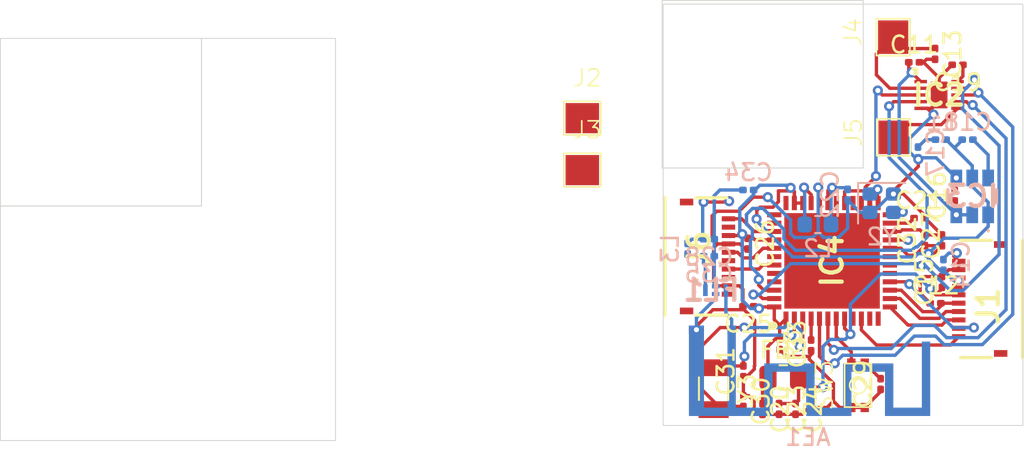
<source format=kicad_pcb>
(kicad_pcb (version 20241229) (generator "pcbnew") (generator_version "9.0")
  (layers (0 "F.Cu" signal) (2 "B.Cu" signal) (13 "F.Paste" user) (15 "B.Paste" user) (5 "F.SilkS" user "F.Silkscreen") (7 "B.SilkS" user "B.Silkscreen") (1 "F.Mask" user) (3 "B.Mask" user) (25 "Edge.Cuts" user))
  (net 0 "")
  (net 1 "GND")
  (net 2 "+5V")
  (net 3 "Net-(IC2-BAT)")
  (net 4 "VIN")
  (net 5 "BAT_INT")
  (net 6 "BAT_CE")
  (net 7 "BAT_SDA")
  (net 8 "BAT_GPO")
  (net 9 "BAT_SCL")
  (net 10 "Net-(IC2-TS{slash}MR)")
  (net 11 "Net-(AE1-A)")
  (net 12 "DISP_ON{slash}OFF")
  (net 13 "Net-(C12-Pad1)")
  (net 14 "+3.3V")
  (net 15 "+3.3VA")
  (net 16 "Net-(C17-Pad2)")
  (net 17 "Net-(IC3-BST)")
  (net 18 "Net-(IC4-VDDRF)")
  (net 19 "Net-(IC4-VFBSMPS)")
  (net 20 "Net-(IC4-RF1)")
  (net 21 "Net-(IC4-NRST)")
  (net 22 "Net-(IC4-PC15-OSC32_OUT)")
  (net 23 "Net-(IC4-PC14-OSC32_IN)")
  (net 24 "Net-(FL1-IN)")
  (net 25 "DISP_SCK")
  (net 26 "PROG_SWDIO")
  (net 28 "Net-(IC4-VLXSMPS)")
  (net 33 "Net-(IC4-PH3-BOOT0)")
  (net 37 "Net-(IC4-OSC_IN)")
  (net 40 "PROG_SWO")
  (net 42 "DISP_SCS ")
  (net 44 "DISP_VCOM")
  (net 45 "PROG_SWCLK")
  (net 49 "Net-(IC4-OSC_OUT)")
  (net 51 "DISP_MOSI")
  (net 53 "unconnected-(J6-Pad10)")
  (footprint "Resistor_SMD:R_0805_2012Metric" (layer "F.Cu") (at 185.219463 106.743115)
    (property "Reference" "FB3")
    (property "Value" "30-120Ohm@100Mhz")
  )
  (footprint "Capacitor_SMD:C_0201_0603Metric" (layer "F.Cu") (at 182.84 108.148 -90)
    (property "Reference" "C30")
    (property "Value" "10pF")
  )
  (footprint "AYF-531035:AYF531035" (layer "F.Cu") (at 195.795 102.052 90)
    (property "Reference" "J1")
    (property "Value" "AYF-531035" (hide yes))
  )
  (footprint "Capacitor_SMD:C_0201_0603Metric" (layer "F.Cu") (at 183.134 102.489 180)
    (property "Reference" "C25")
    (property "Value" "100n")
  )
  (footprint "Capacitor_SMD:C_0201_0603Metric" (layer "F.Cu") (at 194.279554 87.427 -90)
    (property "Reference" "C13")
    (property "Value" "1uF")
  )
  (footprint "Capacitor_SMD:C_0201_0603Metric" (layer "F.Cu") (at 182.84 106.37 90)
    (property "Reference" "C31")
    (property "Value" "10pF")
  )
  (footprint "Capacitor_SMD:C_0201_0603Metric" (layer "F.Cu") (at 191.031 107.129 90)
    (property "Reference" "C29")
    (property "Value" "100nF")
  )
  (footprint "STM32WB35CEU6A:QFN50P700X700X60-49N-D" (layer "F.Cu") (at 188.133 99.777 90)
    (property "Reference" "IC4")
    (property "Value" "STM32WB35CEU6A" (hide yes))
  )
  (footprint "Capacitor_SMD:C_0201_0603Metric" (layer "F.Cu") (at 193.345 97.226)
    (property "Reference" "C21")
    (property "Value" "100n")
  )
  (footprint "Capacitor_SMD:C_0201_0603Metric" (layer "F.Cu") (at 184.965463 108.612115 -90)
    (property "Reference" "C23")
    (property "Value" "10nF")
  )
  (footprint "Capacitor_SMD:C_0201_0603Metric" (layer "F.Cu") (at 195.453 95.885 90)
    (property "Reference" "C16")
    (property "Value" "10uF")
  )
  (footprint "Capacitor_SMD:C_0201_0603Metric" (layer "F.Cu") (at 193.675 98.547 90)
    (property "Reference" "C32")
    (property "Value" "100n")
  )
  (footprint "CUSTOM:SMD pad" (layer "F.Cu") (at 173.228 91.261)
    (property "Reference" "J2")
    (property "Value" "+")
  )
  (footprint "Capacitor_SMD:C_0201_0603Metric" (layer "F.Cu") (at 185.953463 108.612115 -90)
    (property "Reference" "C24")
    (property "Value" "1uF")
  )
  (footprint "Capacitor_SMD:C_0201_0603Metric" (layer "F.Cu") (at 194.691 98.552 90)
    (property "Reference" "C27")
    (property "Value" "4.7uF")
  )
  (footprint "Crystal:Crystal_SMD_3215-2Pin_3.2x1.5mm" (layer "F.Cu") (at 181.062 107.406 -90)
    (property "Reference" "Y3")
    (property "Value" "32,768k")
  )
  (footprint "BQ25186DLHR:SON40P220X200X80-11N" (layer "F.Cu") (at 194.521 89.877)
    (property "Reference" "IC2")
    (property "Value" "BQ25186DLHR" (hide yes))
  )
  (footprint "CUSTOM:SMD pad" (layer "F.Cu") (at 173.228 94.361)
    (property "Reference" "J3")
    (property "Value" "-")
  )
  (footprint "Capacitor_SMD:C_0201_0603Metric" (layer "F.Cu") (at 183.983 108.62 -90)
    (property "Reference" "C20")
    (property "Value" "1uF")
  )
  (footprint "CUSTOM:SMD pad" (layer "F.Cu") (at 191.802554 92.407 90)
    (property "Reference" "J5")
    (property "Value" "-")
  )
  (footprint "Capacitor_SMD:C_0201_0603Metric" (layer "F.Cu") (at 183.094 98.75 -90)
    (property "Reference" "C26")
    (property "Value" "100n")
  )
  (footprint "Capacitor_SMD:C_0201_0603Metric" (layer "F.Cu") (at 194.691 101.036 90)
    (property "Reference" "C15")
    (property "Value" "1uF")
  )
  (footprint "CUSTOM:SWITCH small" (layer "F.Cu") (at 189.681 107.204 90)
    (property "Reference" "SW3")
    (property "Value" "SW_MEC_5G")
  )
  (footprint "Capacitor_SMD:C_0201_0603Metric" (layer "F.Cu") (at 195.621 88.077 180)
    (property "Reference" "C19")
    (property "Value" "1uF")
  )
  (footprint "Capacitor_SMD:C_0201_0603Metric" (layer "F.Cu") (at 185.004987 104.748605 -90)
    (property "Reference" "C33")
    (property "Value" "100n")
  )
  (footprint "CUSTOM:SMD pad" (layer "F.Cu") (at 191.779554 86.427 90)
    (property "Reference" "J4")
    (property "Value" "+")
  )
  (footprint "Capacitor_SMD:C_0201_0603Metric" (layer "F.Cu") (at 194.306 102.306)
    (property "Reference" "C12")
    (property "Value" "0.1uF")
  )
  (footprint "AYF-531035:AYF531035" (layer "F.Cu") (at 181.851 99.516 -90)
    (property "Reference" "J6")
    (property "Value" "AYF-531035" (hide yes))
  )
  (footprint "Resistor_SMD:R_0201_0603Metric" (layer "F.Cu") (at 186.883 104.822 90)
    (property "Reference" "R3")
    (property "Value" "10k")
  )
  (footprint "Capacitor_SMD:C_0201_0603Metric" (layer "F.Cu") (at 193.029554 87.927)
    (property "Reference" "C11")
    (property "Value" "10uF")
  )
  (footprint "Crystal:Crystal_SMD_2016-4Pin_2.0x1.6mm" (layer "B.Cu") (at 191.095 96.337)
    (property "Reference" "Y2")
    (property "Value" "Crystal_GND24")
  )
  (footprint "RF_Antenna:Texas_SWRA117D_2.4GHz_Right" (layer "B.Cu") (at 182.14 103.886)
    (property "Reference" "AE1")
    (property "Value" "PCB antenna")
  )
  (footprint "Inductor_SMD:L_0201_0603Metric" (layer "B.Cu") (at 179.512 99.055 -90)
    (property "Reference" "L3")
    (property "Value" "2.7nH")
  )
  (footprint "Capacitor_SMD:C_0201_0603Metric" (layer "B.Cu") (at 183.133487 95.546675 180)
    (property "Reference" "C34")
    (property "Value" "100n")
  )
  (footprint "Capacitor_SMD:C_0201_0603Metric" (layer "B.Cu") (at 180.782 98.481)
    (property "Reference" "C28")
    (property "Value" "0.8pF")
  )
  (footprint "Capacitor_SMD:C_0201_0603Metric" (layer "B.Cu") (at 189.063 95.829 -90)
    (property "Reference" "C22")
    (property "Value" "4.7uF")
  )
  (footprint "Capacitor_SMD:C_0201_0603Metric" (layer "B.Cu") (at 193.262 93.306 90)
    (property "Reference" "C17")
    (property "Value" "2x 22uF")
  )
  (footprint "Inductor_SMD:L_0603_1608Metric" (layer "B.Cu") (at 187.285 97.607)
    (property "Reference" "L2")
    (property "Value" "10uH")
  )
  (footprint "AP63203WU-7:AP63203WU7" (layer "B.Cu") (at 196.498 95.929 180)
    (property "Reference" "IC3")
    (property "Value" "AP63203WU-7" (hide yes))
  )
  (footprint "DLF162500LT-5028A1:DLF162500LT5028A1" (layer "B.Cu") (at 181.185 101.529)
    (property "Reference" "FL1")
    (property "Value" "DLF162500LT-5028A1" (hide yes))
  )
  (footprint "Inductor_SMD:L_0201_0603Metric" (layer "B.Cu") (at 194.623 92.544 180)
    (property "Reference" "L1")
    (property "Value" "4.9uH")
  )
  (footprint "Capacitor_SMD:C_0201_0603Metric" (layer "B.Cu") (at 194.778 100.02 90)
    (property "Reference" "C14")
    (property "Value" "1uF")
  )
  (footprint "Capacitor_SMD:C_0201_0603Metric" (layer "B.Cu") (at 196.219 92.544 180)
    (property "Reference" "C18")
    (property "Value" "100nF")
  )
  (footprint "Capacitor_SMD:C_0201_0603Metric" (layer "B.Cu") (at 180.782 99.497)
    (property "Reference" "C35")
    (property "Value" "0.3pF")
  )
  (gr_line (start 158.5 110.5) (end 158.5 86.5) (stroke (width 0.05)) (layer "Edge.Cuts"))
  (gr_rect (start 177.992 84.234) (end 189.992 94.234) (stroke (width 0.05)) (fill no) (layer "Edge.Cuts"))
  (gr_line (start 158.5 86.5) (end 150.5 86.5) (stroke (width 0.05)) (layer "Edge.Cuts"))
  (gr_line (start 138.5 96.5) (end 138.5 110.5) (stroke (width 0.05)) (layer "Edge.Cuts"))
  (gr_rect (start 178.054 84.455) (end 199.517 109.601) (stroke (width 0.05)) (fill no) (layer "Edge.Cuts"))
  (gr_rect (start 138.5 86.5) (end 150.5 96.5) (stroke (width 0.05)) (fill no) (layer "Edge.Cuts"))
  (gr_line (start 138.5 96.5) (end 150.5 96.5) (stroke (width 0.05)) (layer "Edge.Cuts"))
  (gr_line (start 150.5 96.5) (end 150.5 86.5) (stroke (width 0.05)) (layer "Edge.Cuts"))
  (gr_line (start 138.5 110.5) (end 158.5 110.5) (stroke (width 0.05)) (layer "Edge.Cuts"))
  (segment (start 181.25 96.815) (end 182.585 96.815) (width 0.2) (layer "F.Cu") (net 1))
  (segment (start 195.453 94.925) (end 195.548 94.83) (width 0.2) (layer "F.Cu") (net 1))
  (segment (start 182.63013 98.766) (end 182.93413 99.07) (width 0.2) (layer "F.Cu") (net 1))
  (segment (start 181.062 101.029) (end 181.299 101.266) (width 0.2) (layer "F.Cu") (net 1))
  (segment (start 193.591 87.927) (end 194.521 88.857) (width 0.2) (layer "F.Cu") (net 1))
  (segment (start 192.21 98.027) (end 191.583 98.027) (width 0.2) (layer "F.Cu") (net 1))
  (segment (start 193.909 97.45) (end 193.889 97.45) (width 0.2) (layer "F.Cu") (net 1))
  (segment (start 193.556 96.95713) (end 193.556 97.163) (width 0.2) (layer "F.Cu") (net 1))
  (segment (start 185.417382 105.481) (end 186.777 105.481) (width 0.2) (layer "F.Cu") (net 1))
  (segment (start 193.802 90.677) (end 193.421 90.677) (width 0.2) (layer "F.Cu") (net 1))
  (segment (start 194.521 89.877) (end 194.521 90.254) (width 0.2) (layer "F.Cu") (net 1))
  (segment (start 182.93413 99.07) (end 183.094 99.07) (width 0.2) (layer "F.Cu") (net 1))
  (segment (start 191.795 95.787) (end 191.795 95.606) (width 0.2) (layer "F.Cu") (net 1))
  (segment (start 181.299 101.266) (end 181.951 101.266) (width 0.2) (layer "F.Cu") (net 1))
  (segment (start 182.603 101.266) (end 182.814 101.477) (width 0.2) (layer "F.Cu") (net 1))
  (segment (start 185.953463 108.932115) (end 184.965463 108.932115) (width 0.2) (layer "F.Cu") (net 1))
  (segment (start 194.098 90.677) (end 193.802 90.677) (width 0.2) (layer "F.Cu") (net 1))
  (segment (start 183.482 108.638999) (end 183.783001 108.94) (width 0.2) (layer "F.Cu") (net 1))
  (segment (start 193.279958 93.716) (end 193.279958 94.141754) (width 0.2) (layer "F.Cu") (net 1))
  (segment (start 193.349554 87.927) (end 193.591 87.927) (width 0.2) (layer "F.Cu") (net 1))
  (segment (start 193.675 98.227) (end 193.376 97.928) (width 0.2) (layer "F.Cu") (net 1))
  (segment (start 194.279554 87.747) (end 193.771 87.747) (width 0.2) (layer "F.Cu") (net 1))
  (segment (start 180.975 98.442) (end 181.299 98.766) (width 0.2) (layer "F.Cu") (net 1))
  (segment (start 195.453 95.565) (end 195.453 94.925) (width 0.2) (layer "F.Cu") (net 1))
  (segment (start 181.062 99.003) (end 181.062 101.029) (width 0.2) (layer "F.Cu") (net 1))
  (segment (start 180.04 103.674) (end 180.04 103.886) (width 0.2) (layer "F.Cu") (net 1))
  (segment (start 183.783001 108.94) (end 183.983 108.94) (width 0.2) (layer "F.Cu") (net 1))
  (segment (start 183.515 106.036418) (end 183.515 103.32387) (width 0.2) (layer "F.Cu") (net 1))
  (segment (start 191.795 95.787) (end 192.38587 95.787) (width 0.2) (layer "F.Cu") (net 1))
  (segment (start 184.957578 108.94) (end 184.965463 108.932115) (width 0.2) (layer "F.Cu") (net 1))
  (segment (start 182.84 107.828) (end 183.155 107.828) (width 0.2) (layer "F.Cu") (net 1))
  (segment (start 194.689187 98.230187) (end 193.678187 98.230187) (width 0.2) (layer "F.Cu") (net 1))
  (segment (start 193.619 97.226) (end 193.665 97.226) (width 0.2) (layer "F.Cu") (net 1))
  (segment (start 193.279958 94.141754) (end 192.108212 95.3135) (width 0.2) (layer "F.Cu") (net 1))
  (segment (start 187.306299 95.391285) (end 187.306299 95.39877) (width 0.2) (layer "F.Cu") (net 1))
  (segment (start 192.309 97.928) (end 192.21 98.027) (width 0.2) (layer "F.Cu") (net 1))
  (segment (start 183.515 103.32387) (end 182.882 102.69087) (width 0.2) (layer "F.Cu") (net 1))
  (segment (start 188.214 108.148) (end 187.833 108.529) (width 0.2) (layer "F.Cu") (net 1))
  (segment (start 193.815 90.677) (end 194.183 91.045) (width 0.2) (layer "F.Cu") (net 1))
  (segment (start 186.945463 105.204463) (end 186.945463 105.312537) (width 0.2) (layer "F.Cu") (net 1))
  (segment (start 187.432 96.278) (end 187.383 96.327) (width 0.2) (layer "F.Cu") (net 1))
  (segment (start 193.771 87.747) (end 193.591 87.927) (width 0.2) (layer "F.Cu") (net 1))
  (segment (start 183.493463 106.236536) (end 183.493463 106.057955) (width 0.2) (layer "F.Cu") (net 1))
  (segment (start 194.521 88.877) (end 194.521 89.877) (width 0.2) (layer "F.Cu") (net 1))
  (segment (start 183.155 107.828) (end 183.482 108.155) (width 0.2) (layer "F.Cu") (net 1))
  (segment (start 181.02313 102.69087) (end 180.04 103.674) (width 0.2) (layer "F.Cu") (net 1))
  (segment (start 183.482 108.155) (end 183.482 108.638999) (width 0.2) (layer "F.Cu") (net 1))
  (segment (start 181.299 98.766) (end 181.951 98.766) (width 0.2) (layer "F.Cu") (net 1))
  (segment (start 180.975 98.442) (end 180.975 97.09) (width 0.2) (layer "F.Cu") (net 1))
  (segment (start 193.802 90.677) (end 193.815 90.677) (width 0.2) (layer "F.Cu") (net 1))
  (segment (start 182.84 107.828) (end 182.84 106.69) (width 0.2) (layer "F.Cu") (net 1))
  (segment (start 187.358 96.302) (end 187.383 96.327) (width 0.2) (layer "F.Cu") (net 1))
  (segment (start 183.493463 106.057955) (end 183.515 106.036418) (width 0.2) (layer "F.Cu") (net 1))
  (segment (start 182.84 106.69) (end 183.039999 106.69) (width 0.2) (layer "F.Cu") (net 1))
  (segment (start 191.583 98.027) (end 191.630442 97.979558) (width 0.2) (layer "F.Cu") (net 1))
  (segment (start 194.521 90.254) (end 194.098 90.677) (width 0.2) (layer "F.Cu") (net 1))
  (segment (start 187.383 96.327) (end 187.383 95.475471) (width 0.2) (layer "F.Cu") (net 1))
  (segment (start 194.691 98.232) (end 193.909 97.45) (width 0.2) (layer "F.Cu") (net 1))
  (segment (start 186.342885 108.932115) (end 186.746 108.529) (width 0.2) (layer "F.Cu") (net 1))
  (segment (start 181.951 98.766) (end 182.63013 98.766) (width 0.2) (layer "F.Cu") (net 1))
  (segment (start 183.424 95.976) (end 182.585 96.815) (width 0.2) (layer "F.Cu") (net 1))
  (segment (start 186.746 108.529) (end 187.833 108.529) (width 0.2) (layer "F.Cu") (net 1))
  (segment (start 192.108212 95.3135) (end 192.0875 95.3135) (width 0.2) (layer "F.Cu") (net 1))
  (segment (start 181.299 98.766) (end 181.062 99.003) (width 0.2) (layer "F.Cu") (net 1))
  (segment (start 194.691 98.232) (end 194.689187 98.230187) (width 0.2) (layer "F.Cu") (net 1))
  (segment (start 188.595 108.529) (end 189.281 108.529) (width 0.2) (layer "F.Cu") (net 1))
  (segment (start 195.301 88.077) (end 194.521 88.857) (width 0.2) (layer "F.Cu") (net 1))
  (segment (start 182.814 101.477) (end 182.814 102.489) (width 0.2) (layer "F.Cu") (net 1))
  (segment (start 193.376 97.928) (end 192.309 97.928) (width 0.2) (layer "F.Cu") (net 1))
  (segment (start 184.297235 95.976) (end 183.424 95.976) (width 0.2) (layer "F.Cu") (net 1))
  (segment (start 182.882 102.69087) (end 181.02313 102.69087) (width 0.2) (layer "F.Cu") (net 1))
  (segment (start 186.883 105.142) (end 186.945463 105.204463) (width 0.2) (layer "F.Cu") (net 1))
  (segment (start 193.678187 98.230187) (end 193.675 98.227) (width 0.2) (layer "F.Cu") (net 1))
  (segment (start 180.975 97.09) (end 181.25 96.815) (width 0.2) (layer "F.Cu") (net 1))
  (segment (start 185.004987 105.068605) (end 185.417382 105.481) (width 0.2) (layer "F.Cu") (net 1))
  (segment (start 183.983 108.94) (end 184.957578 108.94) (width 0.2) (layer "F.Cu") (net 1))
  (segment (start 187.383 95.475471) (end 187.306299 95.39877) (width 0.2) (layer "F.Cu") (net 1))
  (segment (start 183.039999 106.69) (end 183.493463 106.236536) (width 0.2) (layer "F.Cu") (net 1))
  (segment (start 193.556 97.163) (end 193.619 97.226) (width 0.2) (layer "F.Cu") (net 1))
  (segment (start 191.795 95.606) (end 192.0875 95.3135) (width 0.2) (layer "F.Cu") (net 1))
  (segment (start 190.081 108.529) (end 189.281 108.529) (width 0.2) (layer "F.Cu") (net 1))
  (segment (start 186.777 105.481) (end 186.777 105.652057) (width 0.2) (layer "F.Cu") (net 1))
  (segment (start 194.521 88.857) (end 194.521 89.877) (width 0.2) (layer "F.Cu") (net 1))
  (segment (start 191.031 107.579) (end 190.081 108.529) (width 0.2) (layer "F.Cu") (net 1))
  (segment (start 191.031 107.449) (end 191.031 107.579) (width 0.2) (layer "F.Cu") (net 1))
  (segment (start 192.38587 95.787) (end 193.556 96.95713) (width 0.2) (layer "F.Cu") (net 1))
  (segment (start 188.214 108.148) (end 188.595 108.529) (width 0.2) (layer "F.Cu") (net 1))
  (segment (start 181.951 101.266) (end 182.603 101.266) (width 0.2) (layer "F.Cu") (net 1))
  (segment (start 193.889 97.45) (end 193.665 97.226) (width 0.2) (layer "F.Cu") (net 1))
  (segment (start 188.214 107.089057) (end 188.214 108.148) (width 0.2) (layer "F.Cu") (net 1))
  (segment (start 186.945463 105.312537) (end 186.777 105.481) (width 0.2) (layer "F.Cu") (net 1))
  (segment (start 186.777 105.652057) (end 188.214 107.089057) (width 0.2) (layer "F.Cu") (net 1))
  (segment (start 185.953463 108.932115) (end 186.342885 108.932115) (width 0.2) (layer "F.Cu") (net 1))
  (via (at 194.183 91.045) (size 0.6) (drill 0.3) (layers "F.Cu" "B.Cu") (net 1))
  (via (at 184.297235 95.976) (size 0.6) (drill 0.3) (layers "F.Cu" "B.Cu") (net 1))
  (via (at 187.306299 95.39877) (size 0.6) (drill 0.3) (layers "F.Cu" "B.Cu") (net 1))
  (via (at 193.279958 93.716) (size 0.6) (drill 0.3) (layers "F.Cu" "B.Cu") (net 1))
  (via (at 195.548 94.83) (size 0.6) (drill 0.3) (layers "F.Cu" "B.Cu") (net 1))
  (via (at 191.795 95.787) (size 0.6) (drill 0.3) (layers "F.Cu" "B.Cu") (net 1))
  (segment (start 189.063 96.149) (end 189.063 97.8326) (width 0.2) (layer "B.Cu") (net 1))
  (segment (start 180.04 103.886) (end 180.04 103.17) (width 0.2) (layer "B.Cu") (net 1))
  (segment (start 187.306299 98.056899) (end 187.306299 95.39877) (width 0.2) (layer "B.Cu") (net 1))
  (segment (start 194.344 93.626) (end 195.548 94.83) (width 0.2) (layer "B.Cu") (net 1))
  (segment (start 191.795 95.787) (end 191.665 95.787) (width 0.2) (layer "B.Cu") (net 1))
  (segment (start 189.801 96.887) (end 190.395 96.887) (width 0.2) (layer "B.Cu") (net 1))
  (segment (start 185.66 98.157) (end 185.66 97.338765) (width 0.2) (layer "B.Cu") (net 1))
  (segment (start 189.063 97.8326) (end 188.5126 98.383) (width 0.2) (layer "B.Cu") (net 1))
  (segment (start 190.565 96.887) (end 190.395 96.887) (width 0.2) (layer "B.Cu") (net 1))
  (segment (start 193.10213 93.626) (end 193.262 93.626) (width 0.2) (layer "B.Cu") (net 1))
  (segment (start 185.66 97.338765) (end 184.297235 95.976) (width 0.2) (layer "B.Cu") (net 1))
  (segment (start 181.185 101.302) (end 181.185 101.756) (width 0.2) (layer "B.Cu") (net 1))
  (segment (start 181.440325 95.546675) (end 181.102 95.885) (width 0.2) (layer "B.Cu") (net 1))
  (segment (start 192.761 93.28487) (end 193.10213 93.626) (width 0.2) (layer "B.Cu") (net 1))
  (segment (start 192.761 92.467) (end 192.761 93.28487) (width 0.2) (layer "B.Cu") (net 1))
  (segment (start 180.04 103.17) (end 181.185 102.025) (width 0.2) (layer "B.Cu") (net 1))
  (segment (start 187.6324 98.383) (end 187.306299 98.056899) (width 0.2) (layer "B.Cu") (net 1))
  (segment (start 181.102 95.885) (end 181.102 98.481) (width 0.2) (layer "B.Cu") (net 1))
  (segment (start 188.5126 98.383) (end 187.6324 98.383) (width 0.2) (layer "B.Cu") (net 1))
  (segment (start 191.665 95.787) (end 190.565 96.887) (width 0.2) (layer "B.Cu") (net 1))
  (segment (start 193.262 93.626) (end 194.344 93.626) (width 0.2) (layer "B.Cu") (net 1))
  (segment (start 181.102 98.481) (end 181.102 99.497) (width 0.2) (layer "B.Cu") (net 1))
  (segment (start 189.063 96.149) (end 189.801 96.887) (width 0.2) (layer "B.Cu") (net 1))
  (segment (start 194.183 91.045) (end 192.761 92.467) (width 0.2) (layer "B.Cu") (net 1))
  (segment (start 181.185 102.025) (end 181.185 101.756) (width 0.2) (layer "B.Cu") (net 1))
  (segment (start 186.980198 98.383) (end 185.886 98.383) (width 0.2) (layer "B.Cu") (net 1))
  (segment (start 181.102 101.219) (end 181.185 101.302) (width 0.2) (layer "B.Cu") (net 1))
  (segment (start 182.813487 95.546675) (end 181.440325 95.546675) (width 0.2) (layer "B.Cu") (net 1))
  (segment (start 181.102 99.497) (end 181.102 101.219) (width 0.2) (layer "B.Cu") (net 1))
  (segment (start 185.886 98.383) (end 185.66 98.157) (width 0.2) (layer "B.Cu") (net 1))
  (segment (start 187.306299 98.056899) (end 186.980198 98.383) (width 0.2) (layer "B.Cu") (net 1))
  (segment (start 192.879777 88.535777) (end 192.709554 88.365554) (width 0.2) (layer "F.Cu") (net 2))
  (segment (start 193.421 89.077) (end 192.879777 88.535777) (width 0.2) (layer "F.Cu") (net 2))
  (segment (start 192.709554 88.365554) (end 192.709554 87.927) (width 0.2) (layer "F.Cu") (net 2))
  (segment (start 195.453 96.933) (end 195.548 97.028) (width 0.2) (layer "F.Cu") (net 2))
  (segment (start 195.453 96.205) (end 195.453 96.933) (width 0.2) (layer "F.Cu") (net 2))
  (via (at 195.548 97.028) (size 0.6) (drill 0.3) (layers "F.Cu" "B.Cu") (net 2))
  (via (at 192.879777 88.535777) (size 0.6) (drill 0.3) (layers "F.Cu" "B.Cu") (net 2))
  (segment (start 195.548 97.028) (end 192.137339 93.617339) (width 0.2) (layer "B.Cu") (net 2))
  (segment (start 192.137339 93.617339) (end 192.137339 89.278215) (width 0.2) (layer "B.Cu") (net 2))
  (segment (start 192.879777 88.535777) (end 192.137339 89.278215) (width 0.2) (layer "B.Cu") (net 2))
  (segment (start 195.548 97.028) (end 196.498 97.028) (width 0.2) (layer "B.Cu") (net 2))
  (segment (start 191.779554 86.427) (end 190.779554 87.427) (width 0.2) (layer "F.Cu") (net 3))
  (segment (start 192.209554 86.497) (end 191.779554 86.927) (width 0.2) (layer "F.Cu") (net 3))
  (segment (start 193.421 89.477) (end 191.579554 89.477) (width 0.2) (layer "F.Cu") (net 3))
  (segment (start 192.459554 87.107) (end 191.779554 86.427) (width 0.2) (layer "F.Cu") (net 3))
  (segment (start 190.779554 87.427) (end 190.779554 88.677) (width 0.2) (layer "F.Cu") (net 3))
  (segment (start 194.279554 87.107) (end 192.459554 87.107) (width 0.2) (layer "F.Cu") (net 3))
  (segment (start 191.579554 89.477) (end 190.779554 88.677) (width 0.2) (layer "F.Cu") (net 3))
  (segment (start 195.941 88.757) (end 195.941 88.077) (width 0.2) (layer "F.Cu") (net 4))
  (segment (start 195.621 89.077) (end 195.941 88.757) (width 0.2) (layer "F.Cu") (net 4))
  (segment (start 195.621 89.477) (end 196.129554 89.477) (width 0.2) (layer "F.Cu") (net 5))
  (segment (start 183.986104 102.027) (end 184.683 102.027) (width 0.2) (layer "F.Cu") (net 5))
  (segment (start 183.436477 101.789) (end 183.748104 101.789) (width 0.2) (layer "F.Cu") (net 5))
  (segment (start 183.748104 101.789) (end 183.986104 102.027) (width 0.2) (layer "F.Cu") (net 5))
  (segment (start 196.129554 89.477) (end 196.628554 88.978) (width 0.2) (layer "F.Cu") (net 5))
  (via (at 196.628554 88.978) (size 0.6) (drill 0.3) (layers "F.Cu" "B.Cu") (net 5))
  (via (at 183.436477 101.789) (size 0.6) (drill 0.3) (layers "F.Cu" "B.Cu") (net 5))
  (via (at 193.453477 100.074285) (size 0.6) (drill 0.3) (layers "F.Cu" "B.Cu") (net 5))
  (segment (start 195.92519 89.681364) (end 196.628554 88.978) (width 0.2) (layer "B.Cu") (net 5))
  (segment (start 193.453477 100.074285) (end 193.581819 99.945943) (width 0.2) (layer "B.Cu") (net 5))
  (segment (start 198.099 92.899753) (end 195.92519 90.725943) (width 0.2) (layer "B.Cu") (net 5))
  (segment (start 183.809476 101.789) (end 183.436477 101.789) (width 0.2) (layer "B.Cu") (net 5))
  (segment (start 193.453477 100.074285) (end 193.325135 99.945943) (width 0.2) (layer "B.Cu") (net 5))
  (segment (start 198.099 99.397945) (end 198.099 92.899753) (width 0.2) (layer "B.Cu") (net 5))
  (segment (start 195.191132 101.553002) (end 195.943943 101.553002) (width 0.2) (layer "B.Cu") (net 5))
  (segment (start 185.652533 99.945943) (end 183.809476 101.789) (width 0.2) (layer "B.Cu") (net 5))
  (segment (start 195.943943 101.553002) (end 198.099 99.397945) (width 0.2) (layer "B.Cu") (net 5))
  (segment (start 195.92519 90.725943) (end 195.92519 89.681364) (width 0.2) (layer "B.Cu") (net 5))
  (segment (start 193.581819 99.945943) (end 193.584073 99.945943) (width 0.2) (layer "B.Cu") (net 5))
  (segment (start 193.325135 99.945943) (end 185.652533 99.945943) (width 0.2) (layer "B.Cu") (net 5))
  (segment (start 193.584073 99.945943) (end 195.191132 101.553002) (width 0.2) (layer "B.Cu") (net 5))
  (segment (start 191.811339 90.277) (end 193.421 90.277) (width 0.2) (layer "F.Cu") (net 6))
  (segment (start 191.537339 90.551) (end 191.811339 90.277) (width 0.2) (layer "F.Cu") (net 6))
  (segment (start 183.757998 100.880187) (end 183.757998 101.231794) (width 0.2) (layer "F.Cu") (net 6))
  (segment (start 184.053204 101.527) (end 184.683 101.527) (width 0.2) (layer "F.Cu") (net 6))
  (segment (start 183.757998 101.231794) (end 184.053204 101.527) (width 0.2) (layer "F.Cu") (net 6))
  (via (at 191.537339 90.551) (size 0.6) (drill 0.3) (layers "F.Cu" "B.Cu") (net 6))
  (via (at 183.757998 100.880187) (size 0.6) (drill 0.3) (layers "F.Cu" "B.Cu") (net 6))
  (segment (start 183.757998 100.606984) (end 183.757998 100.880187) (width 0.2) (layer "B.Cu") (net 6))
  (segment (start 183.027 97.032057) (end 183.026 97.033057) (width 0.2) (layer "B.Cu") (net 6))
  (segment (start 183.026 97.530943) (end 183.027 97.531943) (width 0.2) (layer "B.Cu") (net 6))
  (segment (start 185.259 98.4589) (end 185.259 97.897472) (width 0.2) (layer "B.Cu") (net 6))
  (segment (start 183.027 97.008) (end 183.027 97.032057) (width 0.2) (layer "B.Cu") (net 6))
  (segment (start 183.374502 98.432324) (end 183.261 98.545826) (width 0.2) (layer "B.Cu") (net 6))
  (segment (start 193.802 98.3615) (end 193.219557 98.943943) (width 0.2) (layer "B.Cu") (net 6))
  (segment (start 183.261 98.545826) (end 183.261 100.109986) (width 0.2) (layer "B.Cu") (net 6))
  (segment (start 185.259 97.897472) (end 184.008528 96.647) (width 0.2) (layer "B.Cu") (net 6))
  (segment (start 192.896957 99.143943) (end 185.944043 99.143943) (width 0.2) (layer "B.Cu") (net 6))
  (segment (start 193.096957 98.943943) (end 192.896957 99.143943) (width 0.2) (layer "B.Cu") (net 6))
  (segment (start 183.388 96.647) (end 183.027 97.008) (width 0.2) (layer "B.Cu") (net 6))
  (segment (start 184.008528 96.647) (end 183.388 96.647) (width 0.2) (layer "B.Cu") (net 6))
  (segment (start 183.027 97.586936) (end 183.374502 97.934438) (width 0.2) (layer "B.Cu") (net 6))
  (segment (start 193.802 95.885) (end 193.802 98.3615) (width 0.2) (layer "B.Cu") (net 6))
  (segment (start 191.537339 93.620339) (end 193.802 95.885) (width 0.2) (layer "B.Cu") (net 6))
  (segment (start 183.374502 97.934438) (end 183.374502 98.432324) (width 0.2) (layer "B.Cu") (net 6))
  (segment (start 193.219557 98.943943) (end 193.096957 98.943943) (width 0.2) (layer "B.Cu") (net 6))
  (segment (start 183.027 97.531943) (end 183.027 97.586936) (width 0.2) (layer "B.Cu") (net 6))
  (segment (start 183.261 100.109986) (end 183.757998 100.606984) (width 0.2) (layer "B.Cu") (net 6))
  (segment (start 183.026 97.033057) (end 183.026 97.530943) (width 0.2) (layer "B.Cu") (net 6))
  (segment (start 191.537339 90.551) (end 191.537339 93.620339) (width 0.2) (layer "B.Cu") (net 6))
  (segment (start 185.944043 99.143943) (end 185.259 98.4589) (width 0.2) (layer "B.Cu") (net 6))
  (segment (start 188.239265 105.054265) (end 187.883 104.698) (width 0.2) (layer "F.Cu") (net 7))
  (segment (start 187.883 104.698) (end 187.883 103.227) (width 0.2) (layer "F.Cu") (net 7))
  (segment (start 196.349554 90.477) (end 196.149554 90.277) (width 0.2) (layer "F.Cu") (net 7))
  (segment (start 196.52619 90.477) (end 196.349554 90.477) (width 0.2) (layer "F.Cu") (net 7))
  (segment (start 188.239265 105.090265) (end 188.239265 105.054265) (width 0.2) (layer "F.Cu") (net 7))
  (segment (start 196.149554 90.277) (end 195.621 90.277) (width 0.2) (layer "F.Cu") (net 7))
  (via (at 196.52619 90.477) (size 0.6) (drill 0.3) (layers "F.Cu" "B.Cu") (net 7))
  (via (at 188.239265 105.090265) (size 0.6) (drill 0.3) (layers "F.Cu" "B.Cu") (net 7))
  (segment (start 191.663 105.009) (end 193.04 103.632) (width 0.2) (layer "B.Cu") (net 7))
  (segment (start 196.844943 104.36) (end 198.515 102.689943) (width 0.2) (layer "B.Cu") (net 7))
  (segment (start 198.515 102.689943) (end 198.515 92.46581) (width 0.2) (layer "B.Cu") (net 7))
  (segment (start 188.239265 105.090265) (end 188.32053 105.009) (width 0.2) (layer "B.Cu") (net 7))
  (segment (start 188.32053 105.009) (end 191.663 105.009) (width 0.2) (layer "B.Cu") (net 7))
  (segment (start 194.2421 103.632) (end 194.9701 104.36) (width 0.2) (layer "B.Cu") (net 7))
  (segment (start 193.04 103.632) (end 194.2421 103.632) (width 0.2) (layer "B.Cu") (net 7))
  (segment (start 198.515 92.46581) (end 196.52619 90.477) (width 0.2) (layer "B.Cu") (net 7))
  (segment (start 194.9701 104.36) (end 196.844943 104.36) (width 0.2) (layer "B.Cu") (net 7))
  (segment (start 193.421 89.877) (end 191.131024 89.877) (width 0.2) (layer "F.Cu") (net 8))
  (segment (start 188.883 96.327) (end 188.883 95.65) (width 0.2) (layer "F.Cu") (net 8))
  (segment (start 188.883 95.65) (end 188.932 95.601) (width 0.2) (layer "F.Cu") (net 8))
  (segment (start 190.754 94.742) (end 190.754 94.722211) (width 0.2) (layer "F.Cu") (net 8))
  (segment (start 188.932 95.601) (end 190.119 95.601) (width 0.2) (layer "F.Cu") (net 8))
  (segment (start 190.119 95.377) (end 190.754 94.742) (width 0.2) (layer "F.Cu") (net 8))
  (segment (start 190.754 94.722211) (end 190.751258 94.719469) (width 0.2) (layer "F.Cu") (net 8))
  (segment (start 190.119 95.601) (end 190.119 95.377) (width 0.2) (layer "F.Cu") (net 8))
  (segment (start 191.131024 89.877) (end 190.864907 89.610883) (width 0.2) (layer "F.Cu") (net 8))
  (via (at 190.751258 94.719469) (size 0.6) (drill 0.3) (layers "F.Cu" "B.Cu") (net 8))
  (via (at 190.864907 89.610883) (size 0.6) (drill 0.3) (layers "F.Cu" "B.Cu") (net 8))
  (segment (start 190.751258 94.719469) (end 190.751258 89.724532) (width 0.2) (layer "B.Cu") (net 8))
  (segment (start 190.751258 89.724532) (end 190.864907 89.610883) (width 0.2) (layer "B.Cu") (net 8))
  (segment (start 187.70776 105.79276) (end 187.691232 105.79276) (width 0.2) (layer "F.Cu") (net 9))
  (segment (start 188.29 105.889473) (end 187.804473 105.889473) (width 0.2) (layer "F.Cu") (net 9))
  (segment (start 187.804473 105.889473) (end 187.70776 105.79276) (width 0.2) (layer "F.Cu") (net 9))
  (segment (start 187.691232 105.79276) (end 187.383 105.484528) (width 0.2) (layer "F.Cu") (net 9))
  (segment (start 196.733101 89.877) (end 196.869132 89.740969) (width 0.2) (layer "F.Cu") (net 9))
  (segment (start 187.383 105.484528) (end 187.383 103.227) (width 0.2) (layer "F.Cu") (net 9))
  (segment (start 195.621 89.877) (end 196.733101 89.877) (width 0.2) (layer "F.Cu") (net 9))
  (via (at 188.29 105.889473) (size 0.6) (drill 0.3) (layers "F.Cu" "B.Cu") (net 9))
  (via (at 196.869132 89.740969) (size 0.6) (drill 0.3) (layers "F.Cu" "B.Cu") (net 9))
  (segment (start 198.916 91.787837) (end 196.869132 89.740969) (width 0.2) (layer "B.Cu") (net 9))
  (segment (start 191.897 105.41) (end 193.04 104.267) (width 0.2) (layer "B.Cu") (net 9))
  (segment (start 188.769473 105.41) (end 191.897 105.41) (width 0.2) (layer "B.Cu") (net 9))
  (segment (start 194.818 104.775) (end 197.104 104.775) (width 0.2) (layer "B.Cu") (net 9))
  (segment (start 188.29 105.889473) (end 188.769473 105.41) (width 0.2) (layer "B.Cu") (net 9))
  (segment (start 197.104 104.775) (end 198.916 102.963) (width 0.2) (layer "B.Cu") (net 9))
  (segment (start 193.04 104.267) (end 194.31 104.267) (width 0.2) (layer "B.Cu") (net 9))
  (segment (start 198.916 102.963) (end 198.916 91.787837) (width 0.2) (layer "B.Cu") (net 9))
  (segment (start 194.31 104.267) (end 194.818 104.775) (width 0.2) (layer "B.Cu") (net 9))
  (segment (start 191.802554 92.153) (end 191.802554 92.407) (width 0.2) (layer "F.Cu") (net 10))
  (segment (start 192.310554 91.645) (end 191.802554 92.153) (width 0.2) (layer "F.Cu") (net 10))
  (segment (start 194.653 91.645) (end 192.310554 91.645) (width 0.2) (layer "F.Cu") (net 10))
  (segment (start 195.621 90.677) (end 194.653 91.645) (width 0.2) (layer "F.Cu") (net 10))
  (segment (start 182.14 103.273) (end 182.14 103.886) (width 0.2) (layer "B.Cu") (net 11))
  (segment (start 181.798 101.529) (end 181.798 102.931) (width 0.2) (layer "B.Cu") (net 11))
  (segment (start 181.798 102.931) (end 182.14 103.273) (width 0.2) (layer "B.Cu") (net 11))
  (segment (start 195.691 102.306) (end 195.695 102.302) (width 0.2) (layer "F.Cu") (net 12))
  (segment (start 194.28487 102.807) (end 193.54 102.807) (width 0.2) (layer "F.Cu") (net 12))
  (segment (start 193.54 102.807) (end 192.26 101.527) (width 0.2) (layer "F.Cu") (net 12))
  (segment (start 194.626 102.306) (end 195.691 102.306) (width 0.2) (layer "F.Cu") (net 12))
  (segment (start 192.26 101.527) (end 191.583 101.527) (width 0.2) (layer "F.Cu") (net 12))
  (segment (start 194.626 102.46587) (end 194.28487 102.807) (width 0.2) (layer "F.Cu") (net 12))
  (segment (start 194.626 102.306) (end 194.626 102.46587) (width 0.2) (layer "F.Cu") (net 12))
  (segment (start 193.388 101.017001) (end 193.689001 100.716) (width 0.2) (layer "F.Cu") (net 13))
  (segment (start 195.405 99.489) (end 195.405 99.512) (width 0.2) (layer "F.Cu") (net 13))
  (segment (start 193.986 102.306) (end 193.388 101.708) (width 0.2) (layer "F.Cu") (net 13))
  (segment (start 195.58 99.314) (end 195.405 99.489) (width 0.2) (layer "F.Cu") (net 13))
  (segment (start 193.388 101.708) (end 193.388 101.017001) (width 0.2) (layer "F.Cu") (net 13))
  (segment (start 195.405 99.512) (end 195.695 99.802) (width 0.2) (layer "F.Cu") (net 13))
  (segment (start 195.105 100.302) (end 194.691 100.716) (width 0.2) (layer "F.Cu") (net 13))
  (segment (start 193.689001 100.716) (end 194.691 100.716) (width 0.2) (layer "F.Cu") (net 13))
  (segment (start 195.695 100.302) (end 195.105 100.302) (width 0.2) (layer "F.Cu") (net 13))
  (segment (start 195.695 99.802) (end 195.695 100.302) (width 0.2) (layer "F.Cu") (net 13))
  (via (at 195.58 99.314) (size 0.6) (drill 0.3) (layers "F.Cu" "B.Cu") (net 13))
  (segment (start 195.103 99.314) (end 194.778 99.639) (width 0.2) (layer "B.Cu") (net 13))
  (segment (start 195.58 99.314) (end 195.103 99.314) (width 0.2) (layer "B.Cu") (net 13))
  (segment (start 194.778 99.639) (end 194.778 99.7) (width 0.2) (layer "B.Cu") (net 13))
  (segment (start 183.637106 102.489) (end 183.767718 102.619612) (width 0.2) (layer "F.Cu") (net 14))
  (segment (start 184.683 103.283026) (end 185.004987 103.605013) (width 0.2) (layer "F.Cu") (net 14))
  (segment (start 183.642 96.774) (end 183.84 96.576) (width 0.2) (layer "F.Cu") (net 14))
  (segment (start 183.094 98.43) (end 182.93 98.266) (width 0.2) (layer "F.Cu") (net 14))
  (segment (start 183.983 108.3) (end 183.983 107.067078) (width 0.2) (layer "F.Cu") (net 14))
  (segment (start 184.306963 104.872037) (end 184.750395 104.428605) (width 0.2) (layer "F.Cu") (net 14))
  (segment (start 183.983 107.067078) (end 184.306963 106.743115) (width 0.2) (layer "F.Cu") (net 14))
  (segment (start 186.383 96.327) (end 185.883 96.327) (width 0.2) (layer "F.Cu") (net 14))
  (segment (start 183.518 102.527) (end 183.383 102.392) (width 0.2) (layer "F.Cu") (net 14))
  (segment (start 184.683 102.527) (end 184.683 103.283026) (width 0.2) (layer "F.Cu") (net 14))
  (segment (start 185.883 96.327) (end 185.883 95.640533) (width 0.2) (layer "F.Cu") (net 14))
  (segment (start 185.004987 104.428605) (end 185.004987 103.605013) (width 0.2) (layer "F.Cu") (net 14))
  (segment (start 185.883 95.640533) (end 185.661173 95.418706) (width 0.2) (layer "F.Cu") (net 14))
  (segment (start 183.894463 106.330615) (end 184.306963 106.330615) (width 0.2) (layer "F.Cu") (net 14))
  (segment (start 183.627 97.282) (end 183.642 97.267) (width 0.2) (layer "F.Cu") (net 14))
  (segment (start 183.454 102.489) (end 183.637106 102.489) (width 0.2) (layer "F.Cu") (net 14))
  (segment (start 195.695 100.952002) (end 195.695 100.802) (width 0.2) (layer "F.Cu") (net 14))
  (segment (start 191.616 99.06) (end 191.583 99.027) (width 0.2) (layer "F.Cu") (net 14))
  (segment (start 185.834 95.601) (end 185.883 95.65) (width 0.2) (layer "F.Cu") (net 14))
  (segment (start 183.84 96.576) (end 184.602 96.576) (width 0.2) (layer "F.Cu") (net 14))
  (segment (start 184.683 98.527) (end 183.536 98.527) (width 0.2) (layer "F.Cu") (net 14))
  (segment (start 184.750395 104.428605) (end 185.004987 104.428605) (width 0.2) (layer "F.Cu") (net 14))
  (segment (start 184.932 95.601) (end 185.834 95.601) (width 0.2) (layer "F.Cu") (net 14))
  (segment (start 193.678187 98.870187) (end 193.675 98.867) (width 0.2) (layer "F.Cu") (net 14))
  (segment (start 184.306963 106.330615) (end 184.306963 104.872037) (width 0.2) (layer "F.Cu") (net 14))
  (segment (start 185.883 95.65) (end 185.883 96.327) (width 0.2) (layer "F.Cu") (net 14))
  (segment (start 184.683 102.527) (end 183.518 102.527) (width 0.2) (layer "F.Cu") (net 14))
  (segment (start 193.101 99.441) (end 192.659 99.441) (width 0.2) (layer "F.Cu") (net 14))
  (segment (start 193.675 98.867) (end 193.101 99.441) (width 0.2) (layer "F.Cu") (net 14))
  (segment (start 183.642 97.267) (end 183.642 96.774) (width 0.2) (layer "F.Cu") (net 14))
  (segment (start 183.439 98.43) (end 183.094 98.43) (width 0.2) (layer "F.Cu") (net 14))
  (segment (start 192.659 99.441) (end 192.245 99.027) (width 0.2) (layer "F.Cu") (net 14))
  (segment (start 195.695 101.302) (end 195.695 100.802) (width 0.2) (layer "F.Cu") (net 14))
  (segment (start 194.691 98.872) (end 194.217057 99.345943) (width 0.2) (layer "F.Cu") (net 14))
  (segment (start 184.306963 106.743115) (end 183.894463 106.330615) (width 0.2) (layer "F.Cu") (net 14))
  (segment (start 194.689187 98.870187) (end 193.678187 98.870187) (width 0.2) (layer "F.Cu") (net 14))
  (segment (start 194.691 98.872) (end 194.689187 98.870187) (width 0.2) (layer "F.Cu") (net 14))
  (segment (start 183.536 98.527) (end 183.439 98.43) (width 0.2) (layer "F.Cu") (net 14))
  (segment (start 192.245 99.027) (end 191.583 99.027) (width 0.2) (layer "F.Cu") (net 14))
  (segment (start 184.602 96.576) (end 184.932 96.246) (width 0.2) (layer "F.Cu") (net 14))
  (segment (start 182.93 98.266) (end 181.951 98.266) (width 0.2) (layer "F.Cu") (net 14))
  (segment (start 194.217057 99.345943) (end 193.889 99.345943) (width 0.2) (layer "F.Cu") (net 14))
  (segment (start 184.932 96.246) (end 184.932 95.601) (width 0.2) (layer "F.Cu") (net 14))
  (segment (start 185.004987 103.605013) (end 185.383 103.227) (width 0.2) (layer "F.Cu") (net 14))
  (via (at 183.627 97.282) (size 0.6) (drill 0.3) (layers "F.Cu" "B.Cu") (net 14))
  (via (at 182.773502 98.183381) (size 0.6) (drill 0.3) (layers "F.Cu" "B.Cu") (net 14))
  (via (at 195.695 100.952002) (size 0.6) (drill 0.3) (layers "F.Cu" "B.Cu") (net 14))
  (via (at 193.889 99.345943) (size 0.6) (drill 0.3) (layers "F.Cu" "B.Cu") (net 14))
  (via (at 185.661173 95.418706) (size 0.6) (drill 0.3) (layers "F.Cu" "B.Cu") (net 14))
  (via (at 183.767718 102.619612) (size 0.6) (drill 0.3) (layers "F.Cu" "B.Cu") (net 14))
  (segment (start 183.454 95.547188) (end 183.453487 95.546675) (width 0.2) (layer "B.Cu") (net 14))
  (segment (start 182.773502 98.183381) (end 182.773502 102.128502) (width 0.2) (layer "B.Cu") (net 14))
  (segment (start 194.778 100.34) (end 194.578001 100.34) (width 0.2) (layer "B.Cu") (net 14))
  (segment (start 185.506467 95.264) (end 185.661173 95.418706) (width 0.2) (layer "B.Cu") (net 14))
  (segment (start 195.436 93.037) (end 194.943 92.544) (width 0.2) (layer "B.Cu") (net 14))
  (segment (start 197.448 97.028) (end 197.448 96.282) (width 0.2) (layer "B.Cu") (net 14))
  (segment (start 183.627 97.394) (end 185.777943 99.544943) (width 0.2) (layer "B.Cu") (net 14))
  (segment (start 197.448 97.728) (end 196.751 98.425) (width 0.2) (layer "B.Cu") (net 14))
  (segment (start 183.538325 95.546675) (end 183.821 95.264) (width 0.2) (layer "B.Cu") (net 14))
  (segment (start 196.751 98.425) (end 194.809943 98.425) (width 0.2) (layer "B.Cu") (net 14))
  (segment (start 183.264612 102.619612) (end 183.767718 102.619612) (width 0.2) (layer "B.Cu") (net 14))
  (segment (start 183.627 97.282) (end 183.627 97.394) (width 0.2) (layer "B.Cu") (net 14))
  (segment (start 193.263057 99.344943) (end 193.888 99.344943) (width 0.2) (layer "B.Cu") (net 14))
  (segment (start 193.889 99.650999) (end 193.889 99.345943) (width 0.2) (layer "B.Cu") (net 14))
  (segment (start 195.695 100.952002) (end 195.390002 100.952002) (width 0.2) (layer "B.Cu") (net 14))
  (segment (start 196.498 94.83) (end 196.498 94.099) (width 0.2) (layer "B.Cu") (net 14))
  (segment (start 183.453487 95.546675) (end 183.538325 95.546675) (width 0.2) (layer "B.Cu") (net 14))
  (segment (start 182.626 96.647) (end 183.454 95.819) (width 0.2) (layer "B.Cu") (net 14))
  (segment (start 197.448 97.028) (end 197.448 97.728) (width 0.2) (layer "B.Cu") (net 14))
  (segment (start 194.809943 98.425) (end 193.889 99.345943) (width 0.2) (layer "B.Cu") (net 14))
  (segment (start 197.448 96.282) (end 196.498 95.332) (width 0.2) (layer "B.Cu") (net 14))
  (segment (start 196.498 95.332) (end 196.498 94.83) (width 0.2) (layer "B.Cu") (net 14))
  (segment (start 196.498 94.099) (end 195.436 93.037) (width 0.2) (layer "B.Cu") (net 14))
  (segment (start 182.773502 102.128502) (end 183.264612 102.619612) (width 0.2) (layer "B.Cu") (net 14))
  (segment (start 193.888 99.344943) (end 193.889 99.345943) (width 0.2) (layer "B.Cu") (net 14))
  (segment (start 183.821 95.264) (end 185.506467 95.264) (width 0.2) (layer "B.Cu") (net 14))
  (segment (start 185.777943 99.544943) (end 193.063057 99.544943) (width 0.2) (layer "B.Cu") (net 14))
  (segment (start 193.063057 99.544943) (end 193.263057 99.344943) (width 0.2) (layer "B.Cu") (net 14))
  (segment (start 195.899 92.574) (end 195.436 93.037) (width 0.2) (layer "B.Cu") (net 14))
  (segment (start 195.390002 100.952002) (end 194.778 100.34) (width 0.2) (layer "B.Cu") (net 14))
  (segment (start 195.899 92.544) (end 195.899 92.574) (width 0.2) (layer "B.Cu") (net 14))
  (segment (start 182.626 98.035879) (end 182.626 96.647) (width 0.2) (layer "B.Cu") (net 14))
  (segment (start 194.578001 100.34) (end 193.889 99.650999) (width 0.2) (layer "B.Cu") (net 14))
  (segment (start 182.773502 98.183381) (end 182.626 98.035879) (width 0.2) (layer "B.Cu") (net 14))
  (segment (start 183.454 95.819) (end 183.454 95.547188) (width 0.2) (layer "B.Cu") (net 14))
  (segment (start 186.703848 107.315) (end 186.131963 106.743115) (width 0.2) (layer "F.Cu") (net 15))
  (segment (start 195.695 101.802) (end 194.335 101.802) (width 0.2) (layer "F.Cu") (net 15))
  (segment (start 186.131963 106.743115) (end 186.131963 108.113615) (width 0.2) (layer "F.Cu") (net 15))
  (segment (start 193.988 101.455) (end 194.335 101.802) (width 0.2) (layer "F.Cu") (net 15))
  (segment (start 194.335 101.802) (end 194.691 101.446) (width 0.2) (layer "F.Cu") (net 15))
  (segment (start 186.131963 106.743115) (end 186.454463 107.065615) (width 0.2) (layer "F.Cu") (net 15))
  (segment (start 188.883 103.806139) (end 188.883 103.227) (width 0.2) (layer "F.Cu") (net 15))
  (segment (start 185.953463 108.292115) (end 184.965463 108.292115) (width 0.2) (layer "F.Cu") (net 15))
  (segment (start 189.228845 104.151984) (end 188.883 103.806139) (width 0.2) (layer "F.Cu") (net 15))
  (segment (start 186.131963 108.113615) (end 185.953463 108.292115) (width 0.2) (layer "F.Cu") (net 15))
  (segment (start 187.59 107.315) (end 186.703848 107.315) (width 0.2) (layer "F.Cu") (net 15))
  (segment (start 193.988 101.446) (end 193.988 101.455) (width 0.2) (layer "F.Cu") (net 15))
  (segment (start 194.691 101.446) (end 194.691 101.356) (width 0.2) (layer "F.Cu") (net 15))
  (via (at 187.59 107.315) (size 0.6) (drill 0.3) (layers "F.Cu" "B.Cu") (net 15))
  (via (at 189.228845 104.151984) (size 0.6) (drill 0.3) (layers "F.Cu" "B.Cu") (net 15))
  (via (at 193.988 101.446) (size 0.6) (drill 0.3) (layers "F.Cu" "B.Cu") (net 15))
  (segment (start 189.228845 102.363155) (end 189.228845 104.151984) (width 0.2) (layer "B.Cu") (net 15))
  (segment (start 188.016 104.465) (end 188.915829 104.465) (width 0.2) (layer "B.Cu") (net 15))
  (segment (start 193.988 101.446) (end 193.104 100.562) (width 0.2) (layer "B.Cu") (net 15))
  (segment (start 187.59 107.315) (end 187.59 104.891) (width 0.2) (layer "B.Cu") (net 15))
  (segment (start 187.59 104.891) (end 188.016 104.465) (width 0.2) (layer "B.Cu") (net 15))
  (segment (start 188.915829 104.465) (end 189.228845 104.151984) (width 0.2) (layer "B.Cu") (net 15))
  (segment (start 193.104 100.562) (end 191.03 100.562) (width 0.2) (layer "B.Cu") (net 15))
  (segment (start 191.03 100.562) (end 189.228845 102.363155) (width 0.2) (layer "B.Cu") (net 15))
  (segment (start 193.704 92.544) (end 194.303 92.544) (width 0.2) (layer "B.Cu") (net 16))
  (segment (start 193.262 92.986) (end 193.704 92.544) (width 0.2) (layer "B.Cu") (net 16))
  (segment (start 196.539 92.544) (end 197.448 93.453) (width 0.2) (layer "B.Cu") (net 17))
  (segment (start 197.448 93.453) (end 197.448 94.83) (width 0.2) (layer "B.Cu") (net 17))
  (segment (start 191.583 97.527) (end 192.724 97.527) (width 0.2) (layer "F.Cu") (net 18))
  (segment (start 192.724 97.527) (end 193.025 97.226) (width 0.2) (layer "F.Cu") (net 18))
  (segment (start 187.883 95.575) (end 187.883 96.327) (width 0.2) (layer "F.Cu") (net 19))
  (via (at 188.136034 95.411493) (size 0.6) (drill 0.3) (layers "F.Cu" "B.Cu") (net 19))
  (segment (start 188.0725 95.475027) (end 188.136034 95.411493) (width 0.2) (layer "B.Cu") (net 19))
  (segment (start 188.136034 95.411493) (end 188.965493 95.411493) (width 0.2) (layer "B.Cu") (net 19))
  (segment (start 188.0725 97.607) (end 188.0725 95.475027) (width 0.2) (layer "B.Cu") (net 19))
  (segment (start 188.965493 95.411493) (end 189.063 95.509) (width 0.2) (layer "B.Cu") (net 19))
  (segment (start 180.467 96.266) (end 181.94 96.266) (width 0.2) (layer "F.Cu") (net 20))
  (segment (start 192.663373 98.527) (end 192.664373 98.528) (width 0.2) (layer "F.Cu") (net 20))
  (segment (start 191.583 98.527) (end 192.663373 98.527) (width 0.2) (layer "F.Cu") (net 20))
  (segment (start 181.94 96.266) (end 181.991 96.215) (width 0.2) (layer "F.Cu") (net 20))
  (via (at 181.991 96.215) (size 0.6) (drill 0.3) (layers "F.Cu" "B.Cu") (net 20))
  (via (at 180.467 96.266) (size 0.6) (drill 0.3) (layers "F.Cu" "B.Cu") (net 20))
  (via (at 192.664373 98.528) (size 0.6) (drill 0.3) (layers "F.Cu" "B.Cu") (net 20))
  (segment (start 180.411 96.322) (end 180.467 96.266) (width 0.2) (layer "B.Cu") (net 20))
  (segment (start 179.766 98.481) (end 179.512 98.735) (width 0.2) (layer "B.Cu") (net 20))
  (segment (start 180.462 98.481) (end 180.411 98.43) (width 0.2) (layer "B.Cu") (net 20))
  (segment (start 180.411 98.43) (end 180.411 96.322) (width 0.2) (layer "B.Cu") (net 20))
  (segment (start 180.462 98.481) (end 179.766 98.481) (width 0.2) (layer "B.Cu") (net 20))
  (segment (start 189.281 105.879) (end 189.281 105.207) (width 0.2) (layer "F.Cu") (net 21))
  (segment (start 190.081 105.879) (end 189.281 105.879) (width 0.2) (layer "F.Cu") (net 21))
  (segment (start 191.031 106.809) (end 191.011 106.809) (width 0.2) (layer "F.Cu") (net 21))
  (segment (start 189.281 105.207) (end 188.383 104.309) (width 0.2) (layer "F.Cu") (net 21))
  (segment (start 188.383 104.309) (end 188.383 103.227) (width 0.2) (layer "F.Cu") (net 21))
  (segment (start 191.011 106.809) (end 190.081 105.879) (width 0.2) (layer "F.Cu") (net 21))
  (segment (start 182.84 108.468) (end 181.25 108.468) (width 0.2) (layer "F.Cu") (net 22))
  (segment (start 181.25 108.468) (end 181.062 108.656) (width 0.2) (layer "F.Cu") (net 22))
  (segment (start 179.861 106.957) (end 179.861 105.355) (width 0.2) (layer "F.Cu") (net 22))
  (segment (start 181.457 103.759) (end 182.890002 103.759) (width 0.2) (layer "F.Cu") (net 22))
  (segment (start 182.84 108.468) (end 181.372 108.468) (width 0.2) (layer "F.Cu") (net 22))
  (segment (start 186.383 103.227) (end 186.383 104.68762) (width 0.2) (layer "F.Cu") (net 22))
  (segment (start 181.372 108.468) (end 179.861 106.957) (width 0.2) (layer "F.Cu") (net 22))
  (segment (start 179.861 105.355) (end 181.457 103.759) (width 0.2) (layer "F.Cu") (net 22))
  (segment (start 186.383 104.68762) (end 186.199232 104.871388) (width 0.2) (layer "F.Cu") (net 22))
  (via (at 182.890002 103.759) (size 0.6) (drill 0.3) (layers "F.Cu" "B.Cu") (net 22))
  (via (at 186.199232 104.871388) (size 0.6) (drill 0.3) (layers "F.Cu" "B.Cu") (net 22))
  (segment (start 185.947734 103.60929) (end 186.299791 103.961347) (width 0.2) (layer "B.Cu") (net 22))
  (segment (start 182.890002 103.759) (end 185.300138 103.759) (width 0.2) (layer "B.Cu") (net 22))
  (segment (start 185.300138 103.759) (end 185.449848 103.60929) (width 0.2) (layer "B.Cu") (net 22))
  (segment (start 185.449848 103.60929) (end 185.947734 103.60929) (width 0.2) (layer "B.Cu") (net 22))
  (segment (start 186.299791 103.961347) (end 186.299791 104.770829) (width 0.2) (layer "B.Cu") (net 22))
  (segment (start 186.299791 104.770829) (end 186.199232 104.871388) (width 0.2) (layer "B.Cu") (net 22))
  (segment (start 185.883 104.026081) (end 185.698791 104.21029) (width 0.2) (layer "F.Cu") (net 23))
  (segment (start 182.84 106.05) (end 181.168 106.05) (width 0.2) (layer "F.Cu") (net 23))
  (segment (start 182.84 106.05) (end 182.84 105.534734) (width 0.2) (layer "F.Cu") (net 23))
  (segment (start 185.883 103.227) (end 185.883 104.026081) (width 0.2) (layer "F.Cu") (net 23))
  (segment (start 181.168 106.05) (end 181.062 106.156) (width 0.2) (layer "F.Cu") (net 23))
  (segment (start 182.84 105.534734) (end 182.902231 105.472503) (width 0.2) (layer "F.Cu") (net 23))
  (via (at 182.902231 105.472503) (size 0.6) (drill 0.3) (layers "F.Cu" "B.Cu") (net 23))
  (via (at 185.698791 104.21029) (size 0.6) (drill 0.3) (layers "F.Cu" "B.Cu") (net 23))
  (segment (start 182.902231 104.625769) (end 183.31771 104.21029) (width 0.2) (layer "B.Cu") (net 23))
  (segment (start 182.902231 105.472503) (end 182.902231 104.625769) (width 0.2) (layer "B.Cu") (net 23))
  (segment (start 183.31771 104.21029) (end 185.698791 104.21029) (width 0.2) (layer "B.Cu") (net 23))
  (segment (start 180.462 99.939) (end 180.573 100.05) (width 0.2) (layer "B.Cu") (net 24))
  (segment (start 180.573 100.05) (end 180.573 101.529) (width 0.2) (layer "B.Cu") (net 24))
  (segment (start 179.634 99.497) (end 179.512 99.375) (width 0.2) (layer "B.Cu") (net 24))
  (segment (start 180.462 99.497) (end 180.462 99.939) (width 0.2) (layer "B.Cu") (net 24))
  (segment (start 180.462 99.497) (end 179.634 99.497) (width 0.2) (layer "B.Cu") (net 24))
  (segment (start 195.196264 104.800736) (end 190.779736 104.800736) (width 0.2) (layer "F.Cu") (net 25))
  (segment (start 190.779736 104.800736) (end 189.883 103.904) (width 0.2) (layer "F.Cu") (net 25))
  (segment (start 189.883 103.904) (end 189.883 103.227) (width 0.2) (layer "F.Cu") (net 25))
  (segment (start 195.695 104.302) (end 195.196264 104.800736) (width 0.2) (layer "F.Cu") (net 25))
  (segment (start 181.951 97.266) (end 182.737 97.266) (width 0.2) (layer "F.Cu") (net 26))
  (segment (start 182.737 97.266) (end 183.498 98.027) (width 0.2) (layer "F.Cu") (net 26))
  (segment (start 183.498 98.027) (end 184.683 98.027) (width 0.2) (layer "F.Cu") (net 26))
  (segment (start 186.461 95.402) (end 186.883 95.824) (width 0.2) (layer "F.Cu") (net 28))
  (segment (start 186.883 95.824) (end 186.883 96.327) (width 0.2) (layer "F.Cu") (net 28))
  (via (at 186.461 95.402) (size 0.6) (drill 0.3) (layers "F.Cu" "B.Cu") (net 28))
  (segment (start 186.461 95.402) (end 186.4975 95.4385) (width 0.2) (layer "B.Cu") (net 28))
  (segment (start 186.4975 95.4385) (end 186.4975 97.607) (width 0.2) (layer "B.Cu") (net 28))
  (segment (start 186.883 104.502) (end 186.883 103.227) (width 0.2) (layer "F.Cu") (net 33))
  (segment (start 190.841 95.520504) (end 190.841 96.285) (width 0.2) (layer "F.Cu") (net 37))
  (segment (start 190.841 96.285) (end 190.883 96.327) (width 0.2) (layer "F.Cu") (net 37))
  (segment (start 190.84789 95.513614) (end 190.841 95.520504) (width 0.2) (layer "F.Cu") (net 37))
  (via (at 190.84789 95.513614) (size 0.6) (drill 0.3) (layers "F.Cu" "B.Cu") (net 37))
  (segment (start 190.84789 95.513614) (end 190.648386 95.513614) (width 0.2) (layer "B.Cu") (net 37))
  (segment (start 190.395 95.767) (end 190.395 95.787) (width 0.2) (layer "B.Cu") (net 37))
  (segment (start 190.648386 95.513614) (end 190.395 95.767) (width 0.2) (layer "B.Cu") (net 37))
  (segment (start 181.951 100.266) (end 183.767 100.266) (width 0.2) (layer "F.Cu") (net 40))
  (segment (start 183.767 100.266) (end 184.006 100.027) (width 0.2) (layer "F.Cu") (net 40))
  (segment (start 184.006 100.027) (end 184.683 100.027) (width 0.2) (layer "F.Cu") (net 40))
  (segment (start 192.665 103.609) (end 191.583 102.527) (width 0.2) (layer "F.Cu") (net 42))
  (segment (start 194.99697 103.302) (end 194.68997 103.609) (width 0.2) (layer "F.Cu") (net 42))
  (segment (start 194.68997 103.609) (end 192.665 103.609) (width 0.2) (layer "F.Cu") (net 42))
  (segment (start 195.695 103.302) (end 194.99697 103.302) (width 0.2) (layer "F.Cu") (net 42))
  (segment (start 192.1929 102.027) (end 191.583 102.027) (width 0.2) (layer "F.Cu") (net 44))
  (segment (start 193.3739 103.208) (end 192.1929 102.027) (width 0.2) (layer "F.Cu") (net 44))
  (segment (start 195.695 102.802) (end 194.92987 102.802) (width 0.2) (layer "F.Cu") (net 44))
  (segment (start 194.52387 103.208) (end 193.3739 103.208) (width 0.2) (layer "F.Cu") (net 44))
  (segment (start 194.92987 102.802) (end 194.52387 103.208) (width 0.2) (layer "F.Cu") (net 44))
  (segment (start 183.432 99.601) (end 184.006 99.027) (width 0.2) (layer "F.Cu") (net 45))
  (segment (start 181.951 99.266) (end 182.49013 99.266) (width 0.2) (layer "F.Cu") (net 45))
  (segment (start 182.49013 99.266) (end 182.82513 99.601) (width 0.2) (layer "F.Cu") (net 45))
  (segment (start 184.006 99.027) (end 184.683 99.027) (width 0.2) (layer "F.Cu") (net 45))
  (segment (start 182.82513 99.601) (end 183.432 99.601) (width 0.2) (layer "F.Cu") (net 45))
  (segment (start 191.753021 96.856979) (end 191.583 97.027) (width 0.2) (layer "F.Cu") (net 49))
  (segment (start 192.356844 96.856979) (end 191.753021 96.856979) (width 0.2) (layer "F.Cu") (net 49))
  (via (at 192.356844 96.856979) (size 0.6) (drill 0.3) (layers "F.Cu" "B.Cu") (net 49))
  (segment (start 191.795 96.887) (end 192.326823 96.887) (width 0.2) (layer "B.Cu") (net 49))
  (segment (start 192.326823 96.887) (end 192.356844 96.856979) (width 0.2) (layer "B.Cu") (net 49))
  (segment (start 195.738 103.759) (end 195.695 103.802) (width 0.2) (layer "F.Cu") (net 51))
  (segment (start 196.596 103.759) (end 195.738 103.759) (width 0.2) (layer "F.Cu") (net 51))
  (segment (start 192.61 101.027) (end 192.746 101.163) (width 0.2) (layer "F.Cu") (net 51))
  (segment (start 191.583 101.027) (end 192.61 101.027) (width 0.2) (layer "F.Cu") (net 51))
  (via (at 192.746 101.163) (size 0.6) (drill 0.3) (layers "F.Cu" "B.Cu") (net 51))
  (via (at 196.596 103.759) (size 0.6) (drill 0.3) (layers "F.Cu" "B.Cu") (net 51))
  (segment (start 195.342 103.759) (end 192.746 101.163) (width 0.2) (layer "B.Cu") (net 51))
  (segment (start 196.596 103.759) (end 195.342 103.759) (width 0.2) (layer "B.Cu") (net 51))
  (segment (start 181.965 101.752) (end 181.951 101.766) (width 0.2) (layer "F.Cu") (net 53))
)
</source>
